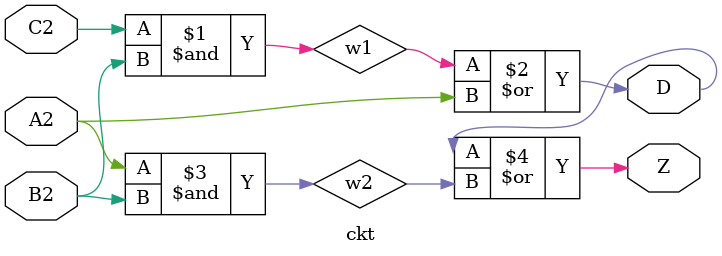
<source format=v>
module ckt (A2,B2,C2,D,Z);

    output D,Z;
    input A2, B2, C2;
    wire w1,w2;
    and G1 (w1, C2, B2);
    or G2 (D, w1, A2);
    and G3(w2,A2,B2);
    or G4(Z,D,w2);


endmodule







</source>
